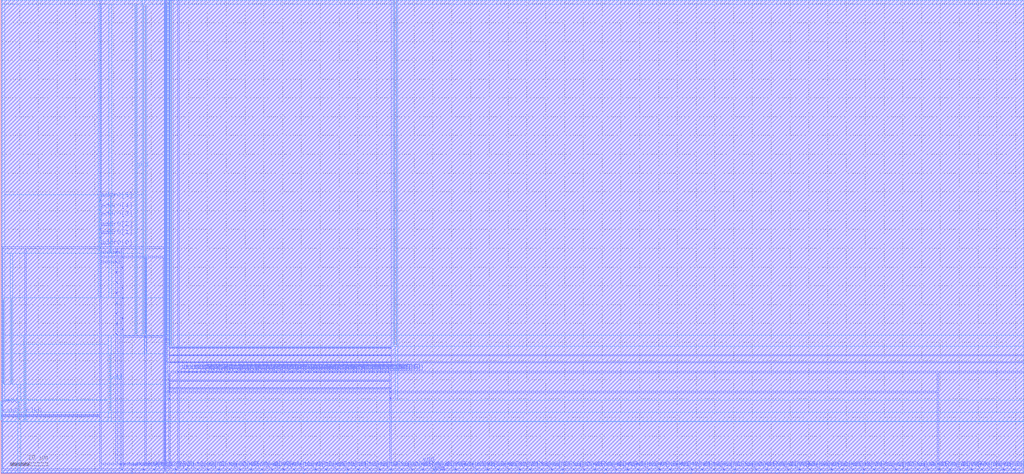
<source format=lef>
VERSION 5.4 ;
NAMESCASESENSITIVE ON ;
BUSBITCHARS "[]" ;
DIVIDERCHAR "/" ;
UNITS
  DATABASE MICRONS 2000 ;
END UNITS
MACRO freepdk45_sram_1rw0r_64x80_20
   CLASS BLOCK ;
   SIZE 272.245 BY 126.1075 ;
   SYMMETRY X Y R90 ;
   PIN din0[0]
      DIRECTION INPUT ;
      PORT
         LAYER metal3 ;
         RECT  43.66 1.105 43.795 1.24 ;
      END
   END din0[0]
   PIN din0[1]
      DIRECTION INPUT ;
      PORT
         LAYER metal3 ;
         RECT  46.52 1.105 46.655 1.24 ;
      END
   END din0[1]
   PIN din0[2]
      DIRECTION INPUT ;
      PORT
         LAYER metal3 ;
         RECT  49.38 1.105 49.515 1.24 ;
      END
   END din0[2]
   PIN din0[3]
      DIRECTION INPUT ;
      PORT
         LAYER metal3 ;
         RECT  52.24 1.105 52.375 1.24 ;
      END
   END din0[3]
   PIN din0[4]
      DIRECTION INPUT ;
      PORT
         LAYER metal3 ;
         RECT  55.1 1.105 55.235 1.24 ;
      END
   END din0[4]
   PIN din0[5]
      DIRECTION INPUT ;
      PORT
         LAYER metal3 ;
         RECT  57.96 1.105 58.095 1.24 ;
      END
   END din0[5]
   PIN din0[6]
      DIRECTION INPUT ;
      PORT
         LAYER metal3 ;
         RECT  60.82 1.105 60.955 1.24 ;
      END
   END din0[6]
   PIN din0[7]
      DIRECTION INPUT ;
      PORT
         LAYER metal3 ;
         RECT  63.68 1.105 63.815 1.24 ;
      END
   END din0[7]
   PIN din0[8]
      DIRECTION INPUT ;
      PORT
         LAYER metal3 ;
         RECT  66.54 1.105 66.675 1.24 ;
      END
   END din0[8]
   PIN din0[9]
      DIRECTION INPUT ;
      PORT
         LAYER metal3 ;
         RECT  69.4 1.105 69.535 1.24 ;
      END
   END din0[9]
   PIN din0[10]
      DIRECTION INPUT ;
      PORT
         LAYER metal3 ;
         RECT  72.26 1.105 72.395 1.24 ;
      END
   END din0[10]
   PIN din0[11]
      DIRECTION INPUT ;
      PORT
         LAYER metal3 ;
         RECT  75.12 1.105 75.255 1.24 ;
      END
   END din0[11]
   PIN din0[12]
      DIRECTION INPUT ;
      PORT
         LAYER metal3 ;
         RECT  77.98 1.105 78.115 1.24 ;
      END
   END din0[12]
   PIN din0[13]
      DIRECTION INPUT ;
      PORT
         LAYER metal3 ;
         RECT  80.84 1.105 80.975 1.24 ;
      END
   END din0[13]
   PIN din0[14]
      DIRECTION INPUT ;
      PORT
         LAYER metal3 ;
         RECT  83.7 1.105 83.835 1.24 ;
      END
   END din0[14]
   PIN din0[15]
      DIRECTION INPUT ;
      PORT
         LAYER metal3 ;
         RECT  86.56 1.105 86.695 1.24 ;
      END
   END din0[15]
   PIN din0[16]
      DIRECTION INPUT ;
      PORT
         LAYER metal3 ;
         RECT  89.42 1.105 89.555 1.24 ;
      END
   END din0[16]
   PIN din0[17]
      DIRECTION INPUT ;
      PORT
         LAYER metal3 ;
         RECT  92.28 1.105 92.415 1.24 ;
      END
   END din0[17]
   PIN din0[18]
      DIRECTION INPUT ;
      PORT
         LAYER metal3 ;
         RECT  95.14 1.105 95.275 1.24 ;
      END
   END din0[18]
   PIN din0[19]
      DIRECTION INPUT ;
      PORT
         LAYER metal3 ;
         RECT  98.0 1.105 98.135 1.24 ;
      END
   END din0[19]
   PIN din0[20]
      DIRECTION INPUT ;
      PORT
         LAYER metal3 ;
         RECT  100.86 1.105 100.995 1.24 ;
      END
   END din0[20]
   PIN din0[21]
      DIRECTION INPUT ;
      PORT
         LAYER metal3 ;
         RECT  103.72 1.105 103.855 1.24 ;
      END
   END din0[21]
   PIN din0[22]
      DIRECTION INPUT ;
      PORT
         LAYER metal3 ;
         RECT  106.58 1.105 106.715 1.24 ;
      END
   END din0[22]
   PIN din0[23]
      DIRECTION INPUT ;
      PORT
         LAYER metal3 ;
         RECT  109.44 1.105 109.575 1.24 ;
      END
   END din0[23]
   PIN din0[24]
      DIRECTION INPUT ;
      PORT
         LAYER metal3 ;
         RECT  112.3 1.105 112.435 1.24 ;
      END
   END din0[24]
   PIN din0[25]
      DIRECTION INPUT ;
      PORT
         LAYER metal3 ;
         RECT  115.16 1.105 115.295 1.24 ;
      END
   END din0[25]
   PIN din0[26]
      DIRECTION INPUT ;
      PORT
         LAYER metal3 ;
         RECT  118.02 1.105 118.155 1.24 ;
      END
   END din0[26]
   PIN din0[27]
      DIRECTION INPUT ;
      PORT
         LAYER metal3 ;
         RECT  120.88 1.105 121.015 1.24 ;
      END
   END din0[27]
   PIN din0[28]
      DIRECTION INPUT ;
      PORT
         LAYER metal3 ;
         RECT  123.74 1.105 123.875 1.24 ;
      END
   END din0[28]
   PIN din0[29]
      DIRECTION INPUT ;
      PORT
         LAYER metal3 ;
         RECT  126.6 1.105 126.735 1.24 ;
      END
   END din0[29]
   PIN din0[30]
      DIRECTION INPUT ;
      PORT
         LAYER metal3 ;
         RECT  129.46 1.105 129.595 1.24 ;
      END
   END din0[30]
   PIN din0[31]
      DIRECTION INPUT ;
      PORT
         LAYER metal3 ;
         RECT  132.32 1.105 132.455 1.24 ;
      END
   END din0[31]
   PIN din0[32]
      DIRECTION INPUT ;
      PORT
         LAYER metal3 ;
         RECT  135.18 1.105 135.315 1.24 ;
      END
   END din0[32]
   PIN din0[33]
      DIRECTION INPUT ;
      PORT
         LAYER metal3 ;
         RECT  138.04 1.105 138.175 1.24 ;
      END
   END din0[33]
   PIN din0[34]
      DIRECTION INPUT ;
      PORT
         LAYER metal3 ;
         RECT  140.9 1.105 141.035 1.24 ;
      END
   END din0[34]
   PIN din0[35]
      DIRECTION INPUT ;
      PORT
         LAYER metal3 ;
         RECT  143.76 1.105 143.895 1.24 ;
      END
   END din0[35]
   PIN din0[36]
      DIRECTION INPUT ;
      PORT
         LAYER metal3 ;
         RECT  146.62 1.105 146.755 1.24 ;
      END
   END din0[36]
   PIN din0[37]
      DIRECTION INPUT ;
      PORT
         LAYER metal3 ;
         RECT  149.48 1.105 149.615 1.24 ;
      END
   END din0[37]
   PIN din0[38]
      DIRECTION INPUT ;
      PORT
         LAYER metal3 ;
         RECT  152.34 1.105 152.475 1.24 ;
      END
   END din0[38]
   PIN din0[39]
      DIRECTION INPUT ;
      PORT
         LAYER metal3 ;
         RECT  155.2 1.105 155.335 1.24 ;
      END
   END din0[39]
   PIN din0[40]
      DIRECTION INPUT ;
      PORT
         LAYER metal3 ;
         RECT  158.06 1.105 158.195 1.24 ;
      END
   END din0[40]
   PIN din0[41]
      DIRECTION INPUT ;
      PORT
         LAYER metal3 ;
         RECT  160.92 1.105 161.055 1.24 ;
      END
   END din0[41]
   PIN din0[42]
      DIRECTION INPUT ;
      PORT
         LAYER metal3 ;
         RECT  163.78 1.105 163.915 1.24 ;
      END
   END din0[42]
   PIN din0[43]
      DIRECTION INPUT ;
      PORT
         LAYER metal3 ;
         RECT  166.64 1.105 166.775 1.24 ;
      END
   END din0[43]
   PIN din0[44]
      DIRECTION INPUT ;
      PORT
         LAYER metal3 ;
         RECT  169.5 1.105 169.635 1.24 ;
      END
   END din0[44]
   PIN din0[45]
      DIRECTION INPUT ;
      PORT
         LAYER metal3 ;
         RECT  172.36 1.105 172.495 1.24 ;
      END
   END din0[45]
   PIN din0[46]
      DIRECTION INPUT ;
      PORT
         LAYER metal3 ;
         RECT  175.22 1.105 175.355 1.24 ;
      END
   END din0[46]
   PIN din0[47]
      DIRECTION INPUT ;
      PORT
         LAYER metal3 ;
         RECT  178.08 1.105 178.215 1.24 ;
      END
   END din0[47]
   PIN din0[48]
      DIRECTION INPUT ;
      PORT
         LAYER metal3 ;
         RECT  180.94 1.105 181.075 1.24 ;
      END
   END din0[48]
   PIN din0[49]
      DIRECTION INPUT ;
      PORT
         LAYER metal3 ;
         RECT  183.8 1.105 183.935 1.24 ;
      END
   END din0[49]
   PIN din0[50]
      DIRECTION INPUT ;
      PORT
         LAYER metal3 ;
         RECT  186.66 1.105 186.795 1.24 ;
      END
   END din0[50]
   PIN din0[51]
      DIRECTION INPUT ;
      PORT
         LAYER metal3 ;
         RECT  189.52 1.105 189.655 1.24 ;
      END
   END din0[51]
   PIN din0[52]
      DIRECTION INPUT ;
      PORT
         LAYER metal3 ;
         RECT  192.38 1.105 192.515 1.24 ;
      END
   END din0[52]
   PIN din0[53]
      DIRECTION INPUT ;
      PORT
         LAYER metal3 ;
         RECT  195.24 1.105 195.375 1.24 ;
      END
   END din0[53]
   PIN din0[54]
      DIRECTION INPUT ;
      PORT
         LAYER metal3 ;
         RECT  198.1 1.105 198.235 1.24 ;
      END
   END din0[54]
   PIN din0[55]
      DIRECTION INPUT ;
      PORT
         LAYER metal3 ;
         RECT  200.96 1.105 201.095 1.24 ;
      END
   END din0[55]
   PIN din0[56]
      DIRECTION INPUT ;
      PORT
         LAYER metal3 ;
         RECT  203.82 1.105 203.955 1.24 ;
      END
   END din0[56]
   PIN din0[57]
      DIRECTION INPUT ;
      PORT
         LAYER metal3 ;
         RECT  206.68 1.105 206.815 1.24 ;
      END
   END din0[57]
   PIN din0[58]
      DIRECTION INPUT ;
      PORT
         LAYER metal3 ;
         RECT  209.54 1.105 209.675 1.24 ;
      END
   END din0[58]
   PIN din0[59]
      DIRECTION INPUT ;
      PORT
         LAYER metal3 ;
         RECT  212.4 1.105 212.535 1.24 ;
      END
   END din0[59]
   PIN din0[60]
      DIRECTION INPUT ;
      PORT
         LAYER metal3 ;
         RECT  215.26 1.105 215.395 1.24 ;
      END
   END din0[60]
   PIN din0[61]
      DIRECTION INPUT ;
      PORT
         LAYER metal3 ;
         RECT  218.12 1.105 218.255 1.24 ;
      END
   END din0[61]
   PIN din0[62]
      DIRECTION INPUT ;
      PORT
         LAYER metal3 ;
         RECT  220.98 1.105 221.115 1.24 ;
      END
   END din0[62]
   PIN din0[63]
      DIRECTION INPUT ;
      PORT
         LAYER metal3 ;
         RECT  223.84 1.105 223.975 1.24 ;
      END
   END din0[63]
   PIN din0[64]
      DIRECTION INPUT ;
      PORT
         LAYER metal3 ;
         RECT  226.7 1.105 226.835 1.24 ;
      END
   END din0[64]
   PIN din0[65]
      DIRECTION INPUT ;
      PORT
         LAYER metal3 ;
         RECT  229.56 1.105 229.695 1.24 ;
      END
   END din0[65]
   PIN din0[66]
      DIRECTION INPUT ;
      PORT
         LAYER metal3 ;
         RECT  232.42 1.105 232.555 1.24 ;
      END
   END din0[66]
   PIN din0[67]
      DIRECTION INPUT ;
      PORT
         LAYER metal3 ;
         RECT  235.28 1.105 235.415 1.24 ;
      END
   END din0[67]
   PIN din0[68]
      DIRECTION INPUT ;
      PORT
         LAYER metal3 ;
         RECT  238.14 1.105 238.275 1.24 ;
      END
   END din0[68]
   PIN din0[69]
      DIRECTION INPUT ;
      PORT
         LAYER metal3 ;
         RECT  241.0 1.105 241.135 1.24 ;
      END
   END din0[69]
   PIN din0[70]
      DIRECTION INPUT ;
      PORT
         LAYER metal3 ;
         RECT  243.86 1.105 243.995 1.24 ;
      END
   END din0[70]
   PIN din0[71]
      DIRECTION INPUT ;
      PORT
         LAYER metal3 ;
         RECT  246.72 1.105 246.855 1.24 ;
      END
   END din0[71]
   PIN din0[72]
      DIRECTION INPUT ;
      PORT
         LAYER metal3 ;
         RECT  249.58 1.105 249.715 1.24 ;
      END
   END din0[72]
   PIN din0[73]
      DIRECTION INPUT ;
      PORT
         LAYER metal3 ;
         RECT  252.44 1.105 252.575 1.24 ;
      END
   END din0[73]
   PIN din0[74]
      DIRECTION INPUT ;
      PORT
         LAYER metal3 ;
         RECT  255.3 1.105 255.435 1.24 ;
      END
   END din0[74]
   PIN din0[75]
      DIRECTION INPUT ;
      PORT
         LAYER metal3 ;
         RECT  258.16 1.105 258.295 1.24 ;
      END
   END din0[75]
   PIN din0[76]
      DIRECTION INPUT ;
      PORT
         LAYER metal3 ;
         RECT  261.02 1.105 261.155 1.24 ;
      END
   END din0[76]
   PIN din0[77]
      DIRECTION INPUT ;
      PORT
         LAYER metal3 ;
         RECT  263.88 1.105 264.015 1.24 ;
      END
   END din0[77]
   PIN din0[78]
      DIRECTION INPUT ;
      PORT
         LAYER metal3 ;
         RECT  266.74 1.105 266.875 1.24 ;
      END
   END din0[78]
   PIN din0[79]
      DIRECTION INPUT ;
      PORT
         LAYER metal3 ;
         RECT  269.6 1.105 269.735 1.24 ;
      END
   END din0[79]
   PIN addr0[0]
      DIRECTION INPUT ;
      PORT
         LAYER metal3 ;
         RECT  26.5 60.0625 26.635 60.1975 ;
      END
   END addr0[0]
   PIN addr0[1]
      DIRECTION INPUT ;
      PORT
         LAYER metal3 ;
         RECT  26.5 62.7925 26.635 62.9275 ;
      END
   END addr0[1]
   PIN addr0[2]
      DIRECTION INPUT ;
      PORT
         LAYER metal3 ;
         RECT  26.5 65.0025 26.635 65.1375 ;
      END
   END addr0[2]
   PIN addr0[3]
      DIRECTION INPUT ;
      PORT
         LAYER metal3 ;
         RECT  26.5 67.7325 26.635 67.8675 ;
      END
   END addr0[3]
   PIN addr0[4]
      DIRECTION INPUT ;
      PORT
         LAYER metal3 ;
         RECT  26.5 69.9425 26.635 70.0775 ;
      END
   END addr0[4]
   PIN addr0[5]
      DIRECTION INPUT ;
      PORT
         LAYER metal3 ;
         RECT  26.5 72.6725 26.635 72.8075 ;
      END
   END addr0[5]
   PIN csb0
      DIRECTION INPUT ;
      PORT
         LAYER metal3 ;
         RECT  0.285 15.3425 0.42 15.4775 ;
      END
   END csb0
   PIN web0
      DIRECTION INPUT ;
      PORT
         LAYER metal3 ;
         RECT  0.285 18.0725 0.42 18.2075 ;
      END
   END web0
   PIN clk0
      DIRECTION INPUT ;
      PORT
         LAYER metal3 ;
         RECT  6.5275 15.4275 6.6625 15.5625 ;
      END
   END clk0
   PIN wmask0[0]
      DIRECTION INPUT ;
      PORT
         LAYER metal3 ;
         RECT  32.22 1.105 32.355 1.24 ;
      END
   END wmask0[0]
   PIN wmask0[1]
      DIRECTION INPUT ;
      PORT
         LAYER metal3 ;
         RECT  35.08 1.105 35.215 1.24 ;
      END
   END wmask0[1]
   PIN wmask0[2]
      DIRECTION INPUT ;
      PORT
         LAYER metal3 ;
         RECT  37.94 1.105 38.075 1.24 ;
      END
   END wmask0[2]
   PIN wmask0[3]
      DIRECTION INPUT ;
      PORT
         LAYER metal3 ;
         RECT  40.8 1.105 40.935 1.24 ;
      END
   END wmask0[3]
   PIN dout0[0]
      DIRECTION OUTPUT ;
      PORT
         LAYER metal3 ;
         RECT  47.2625 26.9925 47.3975 27.1275 ;
      END
   END dout0[0]
   PIN dout0[1]
      DIRECTION OUTPUT ;
      PORT
         LAYER metal3 ;
         RECT  47.9675 26.9925 48.1025 27.1275 ;
      END
   END dout0[1]
   PIN dout0[2]
      DIRECTION OUTPUT ;
      PORT
         LAYER metal3 ;
         RECT  48.6725 26.9925 48.8075 27.1275 ;
      END
   END dout0[2]
   PIN dout0[3]
      DIRECTION OUTPUT ;
      PORT
         LAYER metal3 ;
         RECT  49.3775 26.9925 49.5125 27.1275 ;
      END
   END dout0[3]
   PIN dout0[4]
      DIRECTION OUTPUT ;
      PORT
         LAYER metal3 ;
         RECT  50.0825 26.9925 50.2175 27.1275 ;
      END
   END dout0[4]
   PIN dout0[5]
      DIRECTION OUTPUT ;
      PORT
         LAYER metal3 ;
         RECT  50.7875 26.9925 50.9225 27.1275 ;
      END
   END dout0[5]
   PIN dout0[6]
      DIRECTION OUTPUT ;
      PORT
         LAYER metal3 ;
         RECT  51.4925 26.9925 51.6275 27.1275 ;
      END
   END dout0[6]
   PIN dout0[7]
      DIRECTION OUTPUT ;
      PORT
         LAYER metal3 ;
         RECT  52.1975 26.9925 52.3325 27.1275 ;
      END
   END dout0[7]
   PIN dout0[8]
      DIRECTION OUTPUT ;
      PORT
         LAYER metal3 ;
         RECT  52.9025 26.9925 53.0375 27.1275 ;
      END
   END dout0[8]
   PIN dout0[9]
      DIRECTION OUTPUT ;
      PORT
         LAYER metal3 ;
         RECT  53.6075 26.9925 53.7425 27.1275 ;
      END
   END dout0[9]
   PIN dout0[10]
      DIRECTION OUTPUT ;
      PORT
         LAYER metal3 ;
         RECT  54.3125 26.9925 54.4475 27.1275 ;
      END
   END dout0[10]
   PIN dout0[11]
      DIRECTION OUTPUT ;
      PORT
         LAYER metal3 ;
         RECT  55.0175 26.9925 55.1525 27.1275 ;
      END
   END dout0[11]
   PIN dout0[12]
      DIRECTION OUTPUT ;
      PORT
         LAYER metal3 ;
         RECT  55.7225 26.9925 55.8575 27.1275 ;
      END
   END dout0[12]
   PIN dout0[13]
      DIRECTION OUTPUT ;
      PORT
         LAYER metal3 ;
         RECT  56.4275 26.9925 56.5625 27.1275 ;
      END
   END dout0[13]
   PIN dout0[14]
      DIRECTION OUTPUT ;
      PORT
         LAYER metal3 ;
         RECT  57.1325 26.9925 57.2675 27.1275 ;
      END
   END dout0[14]
   PIN dout0[15]
      DIRECTION OUTPUT ;
      PORT
         LAYER metal3 ;
         RECT  57.8375 26.9925 57.9725 27.1275 ;
      END
   END dout0[15]
   PIN dout0[16]
      DIRECTION OUTPUT ;
      PORT
         LAYER metal3 ;
         RECT  58.5425 26.9925 58.6775 27.1275 ;
      END
   END dout0[16]
   PIN dout0[17]
      DIRECTION OUTPUT ;
      PORT
         LAYER metal3 ;
         RECT  59.2475 26.9925 59.3825 27.1275 ;
      END
   END dout0[17]
   PIN dout0[18]
      DIRECTION OUTPUT ;
      PORT
         LAYER metal3 ;
         RECT  59.9525 26.9925 60.0875 27.1275 ;
      END
   END dout0[18]
   PIN dout0[19]
      DIRECTION OUTPUT ;
      PORT
         LAYER metal3 ;
         RECT  60.6575 26.9925 60.7925 27.1275 ;
      END
   END dout0[19]
   PIN dout0[20]
      DIRECTION OUTPUT ;
      PORT
         LAYER metal3 ;
         RECT  61.3625 26.9925 61.4975 27.1275 ;
      END
   END dout0[20]
   PIN dout0[21]
      DIRECTION OUTPUT ;
      PORT
         LAYER metal3 ;
         RECT  62.0675 26.9925 62.2025 27.1275 ;
      END
   END dout0[21]
   PIN dout0[22]
      DIRECTION OUTPUT ;
      PORT
         LAYER metal3 ;
         RECT  62.7725 26.9925 62.9075 27.1275 ;
      END
   END dout0[22]
   PIN dout0[23]
      DIRECTION OUTPUT ;
      PORT
         LAYER metal3 ;
         RECT  63.4775 26.9925 63.6125 27.1275 ;
      END
   END dout0[23]
   PIN dout0[24]
      DIRECTION OUTPUT ;
      PORT
         LAYER metal3 ;
         RECT  64.1825 26.9925 64.3175 27.1275 ;
      END
   END dout0[24]
   PIN dout0[25]
      DIRECTION OUTPUT ;
      PORT
         LAYER metal3 ;
         RECT  64.8875 26.9925 65.0225 27.1275 ;
      END
   END dout0[25]
   PIN dout0[26]
      DIRECTION OUTPUT ;
      PORT
         LAYER metal3 ;
         RECT  65.5925 26.9925 65.7275 27.1275 ;
      END
   END dout0[26]
   PIN dout0[27]
      DIRECTION OUTPUT ;
      PORT
         LAYER metal3 ;
         RECT  66.2975 26.9925 66.4325 27.1275 ;
      END
   END dout0[27]
   PIN dout0[28]
      DIRECTION OUTPUT ;
      PORT
         LAYER metal3 ;
         RECT  67.0025 26.9925 67.1375 27.1275 ;
      END
   END dout0[28]
   PIN dout0[29]
      DIRECTION OUTPUT ;
      PORT
         LAYER metal3 ;
         RECT  67.7075 26.9925 67.8425 27.1275 ;
      END
   END dout0[29]
   PIN dout0[30]
      DIRECTION OUTPUT ;
      PORT
         LAYER metal3 ;
         RECT  68.4125 26.9925 68.5475 27.1275 ;
      END
   END dout0[30]
   PIN dout0[31]
      DIRECTION OUTPUT ;
      PORT
         LAYER metal3 ;
         RECT  69.1175 26.9925 69.2525 27.1275 ;
      END
   END dout0[31]
   PIN dout0[32]
      DIRECTION OUTPUT ;
      PORT
         LAYER metal3 ;
         RECT  69.8225 26.9925 69.9575 27.1275 ;
      END
   END dout0[32]
   PIN dout0[33]
      DIRECTION OUTPUT ;
      PORT
         LAYER metal3 ;
         RECT  70.5275 26.9925 70.6625 27.1275 ;
      END
   END dout0[33]
   PIN dout0[34]
      DIRECTION OUTPUT ;
      PORT
         LAYER metal3 ;
         RECT  71.2325 26.9925 71.3675 27.1275 ;
      END
   END dout0[34]
   PIN dout0[35]
      DIRECTION OUTPUT ;
      PORT
         LAYER metal3 ;
         RECT  71.9375 26.9925 72.0725 27.1275 ;
      END
   END dout0[35]
   PIN dout0[36]
      DIRECTION OUTPUT ;
      PORT
         LAYER metal3 ;
         RECT  72.6425 26.9925 72.7775 27.1275 ;
      END
   END dout0[36]
   PIN dout0[37]
      DIRECTION OUTPUT ;
      PORT
         LAYER metal3 ;
         RECT  73.3475 26.9925 73.4825 27.1275 ;
      END
   END dout0[37]
   PIN dout0[38]
      DIRECTION OUTPUT ;
      PORT
         LAYER metal3 ;
         RECT  74.0525 26.9925 74.1875 27.1275 ;
      END
   END dout0[38]
   PIN dout0[39]
      DIRECTION OUTPUT ;
      PORT
         LAYER metal3 ;
         RECT  74.7575 26.9925 74.8925 27.1275 ;
      END
   END dout0[39]
   PIN dout0[40]
      DIRECTION OUTPUT ;
      PORT
         LAYER metal3 ;
         RECT  75.4625 26.9925 75.5975 27.1275 ;
      END
   END dout0[40]
   PIN dout0[41]
      DIRECTION OUTPUT ;
      PORT
         LAYER metal3 ;
         RECT  76.1675 26.9925 76.3025 27.1275 ;
      END
   END dout0[41]
   PIN dout0[42]
      DIRECTION OUTPUT ;
      PORT
         LAYER metal3 ;
         RECT  76.8725 26.9925 77.0075 27.1275 ;
      END
   END dout0[42]
   PIN dout0[43]
      DIRECTION OUTPUT ;
      PORT
         LAYER metal3 ;
         RECT  77.5775 26.9925 77.7125 27.1275 ;
      END
   END dout0[43]
   PIN dout0[44]
      DIRECTION OUTPUT ;
      PORT
         LAYER metal3 ;
         RECT  78.2825 26.9925 78.4175 27.1275 ;
      END
   END dout0[44]
   PIN dout0[45]
      DIRECTION OUTPUT ;
      PORT
         LAYER metal3 ;
         RECT  78.9875 26.9925 79.1225 27.1275 ;
      END
   END dout0[45]
   PIN dout0[46]
      DIRECTION OUTPUT ;
      PORT
         LAYER metal3 ;
         RECT  79.6925 26.9925 79.8275 27.1275 ;
      END
   END dout0[46]
   PIN dout0[47]
      DIRECTION OUTPUT ;
      PORT
         LAYER metal3 ;
         RECT  80.3975 26.9925 80.5325 27.1275 ;
      END
   END dout0[47]
   PIN dout0[48]
      DIRECTION OUTPUT ;
      PORT
         LAYER metal3 ;
         RECT  81.1025 26.9925 81.2375 27.1275 ;
      END
   END dout0[48]
   PIN dout0[49]
      DIRECTION OUTPUT ;
      PORT
         LAYER metal3 ;
         RECT  81.8075 26.9925 81.9425 27.1275 ;
      END
   END dout0[49]
   PIN dout0[50]
      DIRECTION OUTPUT ;
      PORT
         LAYER metal3 ;
         RECT  82.5125 26.9925 82.6475 27.1275 ;
      END
   END dout0[50]
   PIN dout0[51]
      DIRECTION OUTPUT ;
      PORT
         LAYER metal3 ;
         RECT  83.2175 26.9925 83.3525 27.1275 ;
      END
   END dout0[51]
   PIN dout0[52]
      DIRECTION OUTPUT ;
      PORT
         LAYER metal3 ;
         RECT  83.9225 26.9925 84.0575 27.1275 ;
      END
   END dout0[52]
   PIN dout0[53]
      DIRECTION OUTPUT ;
      PORT
         LAYER metal3 ;
         RECT  84.6275 26.9925 84.7625 27.1275 ;
      END
   END dout0[53]
   PIN dout0[54]
      DIRECTION OUTPUT ;
      PORT
         LAYER metal3 ;
         RECT  85.3325 26.9925 85.4675 27.1275 ;
      END
   END dout0[54]
   PIN dout0[55]
      DIRECTION OUTPUT ;
      PORT
         LAYER metal3 ;
         RECT  86.0375 26.9925 86.1725 27.1275 ;
      END
   END dout0[55]
   PIN dout0[56]
      DIRECTION OUTPUT ;
      PORT
         LAYER metal3 ;
         RECT  86.7425 26.9925 86.8775 27.1275 ;
      END
   END dout0[56]
   PIN dout0[57]
      DIRECTION OUTPUT ;
      PORT
         LAYER metal3 ;
         RECT  87.4475 26.9925 87.5825 27.1275 ;
      END
   END dout0[57]
   PIN dout0[58]
      DIRECTION OUTPUT ;
      PORT
         LAYER metal3 ;
         RECT  88.1525 26.9925 88.2875 27.1275 ;
      END
   END dout0[58]
   PIN dout0[59]
      DIRECTION OUTPUT ;
      PORT
         LAYER metal3 ;
         RECT  88.8575 26.9925 88.9925 27.1275 ;
      END
   END dout0[59]
   PIN dout0[60]
      DIRECTION OUTPUT ;
      PORT
         LAYER metal3 ;
         RECT  89.5625 26.9925 89.6975 27.1275 ;
      END
   END dout0[60]
   PIN dout0[61]
      DIRECTION OUTPUT ;
      PORT
         LAYER metal3 ;
         RECT  90.2675 26.9925 90.4025 27.1275 ;
      END
   END dout0[61]
   PIN dout0[62]
      DIRECTION OUTPUT ;
      PORT
         LAYER metal3 ;
         RECT  90.9725 26.9925 91.1075 27.1275 ;
      END
   END dout0[62]
   PIN dout0[63]
      DIRECTION OUTPUT ;
      PORT
         LAYER metal3 ;
         RECT  91.6775 26.9925 91.8125 27.1275 ;
      END
   END dout0[63]
   PIN dout0[64]
      DIRECTION OUTPUT ;
      PORT
         LAYER metal3 ;
         RECT  92.3825 26.9925 92.5175 27.1275 ;
      END
   END dout0[64]
   PIN dout0[65]
      DIRECTION OUTPUT ;
      PORT
         LAYER metal3 ;
         RECT  93.0875 26.9925 93.2225 27.1275 ;
      END
   END dout0[65]
   PIN dout0[66]
      DIRECTION OUTPUT ;
      PORT
         LAYER metal3 ;
         RECT  93.7925 26.9925 93.9275 27.1275 ;
      END
   END dout0[66]
   PIN dout0[67]
      DIRECTION OUTPUT ;
      PORT
         LAYER metal3 ;
         RECT  94.4975 26.9925 94.6325 27.1275 ;
      END
   END dout0[67]
   PIN dout0[68]
      DIRECTION OUTPUT ;
      PORT
         LAYER metal3 ;
         RECT  95.2025 26.9925 95.3375 27.1275 ;
      END
   END dout0[68]
   PIN dout0[69]
      DIRECTION OUTPUT ;
      PORT
         LAYER metal3 ;
         RECT  95.9075 26.9925 96.0425 27.1275 ;
      END
   END dout0[69]
   PIN dout0[70]
      DIRECTION OUTPUT ;
      PORT
         LAYER metal3 ;
         RECT  96.6125 26.9925 96.7475 27.1275 ;
      END
   END dout0[70]
   PIN dout0[71]
      DIRECTION OUTPUT ;
      PORT
         LAYER metal3 ;
         RECT  97.3175 26.9925 97.4525 27.1275 ;
      END
   END dout0[71]
   PIN dout0[72]
      DIRECTION OUTPUT ;
      PORT
         LAYER metal3 ;
         RECT  98.0225 26.9925 98.1575 27.1275 ;
      END
   END dout0[72]
   PIN dout0[73]
      DIRECTION OUTPUT ;
      PORT
         LAYER metal3 ;
         RECT  98.7275 26.9925 98.8625 27.1275 ;
      END
   END dout0[73]
   PIN dout0[74]
      DIRECTION OUTPUT ;
      PORT
         LAYER metal3 ;
         RECT  99.4325 26.9925 99.5675 27.1275 ;
      END
   END dout0[74]
   PIN dout0[75]
      DIRECTION OUTPUT ;
      PORT
         LAYER metal3 ;
         RECT  100.1375 26.9925 100.2725 27.1275 ;
      END
   END dout0[75]
   PIN dout0[76]
      DIRECTION OUTPUT ;
      PORT
         LAYER metal3 ;
         RECT  100.8425 26.9925 100.9775 27.1275 ;
      END
   END dout0[76]
   PIN dout0[77]
      DIRECTION OUTPUT ;
      PORT
         LAYER metal3 ;
         RECT  101.5475 26.9925 101.6825 27.1275 ;
      END
   END dout0[77]
   PIN dout0[78]
      DIRECTION OUTPUT ;
      PORT
         LAYER metal3 ;
         RECT  102.2525 26.9925 102.3875 27.1275 ;
      END
   END dout0[78]
   PIN dout0[79]
      DIRECTION OUTPUT ;
      PORT
         LAYER metal3 ;
         RECT  102.9575 26.9925 103.0925 27.1275 ;
      END
   END dout0[79]
   PIN vdd
      DIRECTION INOUT ;
      USE POWER ; 
      SHAPE ABUTMENT ; 
      PORT
         LAYER metal4 ;
         RECT  0.0 14.235 0.14 19.315 ;
         LAYER metal3 ;
         RECT  249.2975 2.47 249.4325 2.605 ;
         LAYER metal3 ;
         RECT  169.2175 2.47 169.3525 2.605 ;
         LAYER metal3 ;
         RECT  134.8975 2.47 135.0325 2.605 ;
         LAYER metal3 ;
         RECT  32.3175 57.5925 32.4525 57.7275 ;
         LAYER metal4 ;
         RECT  43.87 37.115 44.01 124.615 ;
         LAYER metal3 ;
         RECT  192.0975 2.47 192.2325 2.605 ;
         LAYER metal3 ;
         RECT  32.3175 41.2125 32.4525 41.3475 ;
         LAYER metal4 ;
         RECT  0.6875 24.0825 0.8275 46.485 ;
         LAYER metal3 ;
         RECT  237.8575 2.47 237.9925 2.605 ;
         LAYER metal4 ;
         RECT  105.195 34.205 105.335 125.91 ;
         LAYER metal3 ;
         RECT  260.7375 2.47 260.8725 2.605 ;
         LAYER metal3 ;
         RECT  146.3375 2.47 146.4725 2.605 ;
         LAYER metal3 ;
         RECT  44.8825 21.7175 45.0175 21.8525 ;
         LAYER metal3 ;
         RECT  77.6975 2.47 77.8325 2.605 ;
         LAYER metal3 ;
         RECT  54.8175 2.47 54.9525 2.605 ;
         LAYER metal4 ;
         RECT  44.95 34.205 45.09 125.91 ;
         LAYER metal4 ;
         RECT  37.87 37.115 38.01 124.685 ;
         LAYER metal3 ;
         RECT  43.3775 2.47 43.5125 2.605 ;
         LAYER metal3 ;
         RECT  214.9775 2.47 215.1125 2.605 ;
         LAYER metal4 ;
         RECT  26.215 58.955 26.355 73.915 ;
         LAYER metal3 ;
         RECT  45.0175 29.6125 103.7625 29.6825 ;
         LAYER metal3 ;
         RECT  89.1375 2.47 89.2725 2.605 ;
         LAYER metal3 ;
         RECT  100.5775 2.47 100.7125 2.605 ;
         LAYER metal3 ;
         RECT  45.0175 33.51 103.7625 33.58 ;
         LAYER metal3 ;
         RECT  32.3175 49.4025 32.4525 49.5375 ;
         LAYER metal3 ;
         RECT  31.9375 2.47 32.0725 2.605 ;
         LAYER metal3 ;
         RECT  32.3175 46.6725 32.4525 46.8075 ;
         LAYER metal3 ;
         RECT  66.2575 2.47 66.3925 2.605 ;
         LAYER metal3 ;
         RECT  180.6575 2.47 180.7925 2.605 ;
         LAYER metal4 ;
         RECT  28.935 16.705 29.075 31.665 ;
         LAYER metal3 ;
         RECT  226.4175 2.47 226.5525 2.605 ;
         LAYER metal3 ;
         RECT  123.4575 2.47 123.5925 2.605 ;
         LAYER metal3 ;
         RECT  157.7775 2.47 157.9125 2.605 ;
         LAYER metal3 ;
         RECT  203.5375 2.47 203.6725 2.605 ;
         LAYER metal3 ;
         RECT  43.8725 35.7525 44.0075 35.8875 ;
         LAYER metal3 ;
         RECT  32.3175 38.4825 32.4525 38.6175 ;
         LAYER metal3 ;
         RECT  103.6275 21.7175 103.7625 21.8525 ;
         LAYER metal3 ;
         RECT  38.49 36.41 38.625 36.545 ;
         LAYER metal3 ;
         RECT  32.3175 54.8625 32.4525 54.9975 ;
         LAYER metal3 ;
         RECT  45.0175 22.685 103.7625 22.755 ;
         LAYER metal3 ;
         RECT  112.0175 2.47 112.1525 2.605 ;
      END
   END vdd
   PIN gnd
      DIRECTION INOUT ;
      USE GROUND ; 
      SHAPE ABUTMENT ; 
      PORT
         LAYER metal3 ;
         RECT  252.1575 0.0 252.2925 0.135 ;
         LAYER metal4 ;
         RECT  29.075 58.89 29.215 73.98 ;
         LAYER metal3 ;
         RECT  229.2775 0.0 229.4125 0.135 ;
         LAYER metal3 ;
         RECT  30.79 56.2275 30.925 56.3625 ;
         LAYER metal3 ;
         RECT  30.79 48.0375 30.925 48.1725 ;
         LAYER metal3 ;
         RECT  263.5975 0.0 263.7325 0.135 ;
         LAYER metal3 ;
         RECT  217.8375 0.0 217.9725 0.135 ;
         LAYER metal3 ;
         RECT  103.4375 0.0 103.5725 0.135 ;
         LAYER metal4 ;
         RECT  2.75 24.115 2.89 46.5175 ;
         LAYER metal3 ;
         RECT  240.7175 0.0 240.8525 0.135 ;
         LAYER metal4 ;
         RECT  4.845 14.17 4.985 19.38 ;
         LAYER metal3 ;
         RECT  160.6375 0.0 160.7725 0.135 ;
         LAYER metal3 ;
         RECT  194.9575 0.0 195.0925 0.135 ;
         LAYER metal3 ;
         RECT  30.79 50.7675 30.925 50.9025 ;
         LAYER metal3 ;
         RECT  172.0775 0.0 172.2125 0.135 ;
         LAYER metal4 ;
         RECT  38.43 37.0825 38.57 124.6475 ;
         LAYER metal4 ;
         RECT  104.735 34.205 104.875 125.91 ;
         LAYER metal3 ;
         RECT  46.2375 0.0 46.3725 0.135 ;
         LAYER metal3 ;
         RECT  30.79 39.8475 30.925 39.9825 ;
         LAYER metal3 ;
         RECT  44.8825 19.8975 45.0175 20.0325 ;
         LAYER metal3 ;
         RECT  34.7975 0.0 34.9325 0.135 ;
         LAYER metal3 ;
         RECT  57.6775 0.0 57.8125 0.135 ;
         LAYER metal3 ;
         RECT  30.79 45.3075 30.925 45.4425 ;
         LAYER metal3 ;
         RECT  149.1975 0.0 149.3325 0.135 ;
         LAYER metal4 ;
         RECT  6.385 14.235 6.525 34.135 ;
         LAYER metal3 ;
         RECT  183.5175 0.0 183.6525 0.135 ;
         LAYER metal3 ;
         RECT  45.0175 24.735 103.7625 24.805 ;
         LAYER metal4 ;
         RECT  45.41 34.205 45.55 125.91 ;
         LAYER metal3 ;
         RECT  103.6275 19.8975 103.7625 20.0325 ;
         LAYER metal3 ;
         RECT  126.3175 0.0 126.4525 0.135 ;
         LAYER metal3 ;
         RECT  30.79 58.9575 30.925 59.0925 ;
         LAYER metal3 ;
         RECT  45.0175 31.505 103.7975 31.575 ;
         LAYER metal3 ;
         RECT  137.7575 0.0 137.8925 0.135 ;
         LAYER metal3 ;
         RECT  30.79 37.1175 30.925 37.2525 ;
         LAYER metal3 ;
         RECT  30.79 42.5775 30.925 42.7125 ;
         LAYER metal3 ;
         RECT  206.3975 0.0 206.5325 0.135 ;
         LAYER metal3 ;
         RECT  69.1175 0.0 69.2525 0.135 ;
         LAYER metal3 ;
         RECT  91.9975 0.0 92.1325 0.135 ;
         LAYER metal3 ;
         RECT  80.5575 0.0 80.6925 0.135 ;
         LAYER metal3 ;
         RECT  30.79 53.4975 30.925 53.6325 ;
         LAYER metal4 ;
         RECT  35.935 37.0825 36.075 124.685 ;
         LAYER metal3 ;
         RECT  114.8775 0.0 115.0125 0.135 ;
      END
   END gnd
   OBS
   LAYER  metal1 ;
      RECT  0.14 0.14 272.105 125.9675 ;
   LAYER  metal2 ;
      RECT  0.14 0.14 272.105 125.9675 ;
   LAYER  metal3 ;
      RECT  43.52 0.14 43.935 0.965 ;
      RECT  43.935 0.965 46.38 1.38 ;
      RECT  46.795 0.965 49.24 1.38 ;
      RECT  49.655 0.965 52.1 1.38 ;
      RECT  52.515 0.965 54.96 1.38 ;
      RECT  55.375 0.965 57.82 1.38 ;
      RECT  58.235 0.965 60.68 1.38 ;
      RECT  61.095 0.965 63.54 1.38 ;
      RECT  63.955 0.965 66.4 1.38 ;
      RECT  66.815 0.965 69.26 1.38 ;
      RECT  69.675 0.965 72.12 1.38 ;
      RECT  72.535 0.965 74.98 1.38 ;
      RECT  75.395 0.965 77.84 1.38 ;
      RECT  78.255 0.965 80.7 1.38 ;
      RECT  81.115 0.965 83.56 1.38 ;
      RECT  83.975 0.965 86.42 1.38 ;
      RECT  86.835 0.965 89.28 1.38 ;
      RECT  89.695 0.965 92.14 1.38 ;
      RECT  92.555 0.965 95.0 1.38 ;
      RECT  95.415 0.965 97.86 1.38 ;
      RECT  98.275 0.965 100.72 1.38 ;
      RECT  101.135 0.965 103.58 1.38 ;
      RECT  103.995 0.965 106.44 1.38 ;
      RECT  106.855 0.965 109.3 1.38 ;
      RECT  109.715 0.965 112.16 1.38 ;
      RECT  112.575 0.965 115.02 1.38 ;
      RECT  115.435 0.965 117.88 1.38 ;
      RECT  118.295 0.965 120.74 1.38 ;
      RECT  121.155 0.965 123.6 1.38 ;
      RECT  124.015 0.965 126.46 1.38 ;
      RECT  126.875 0.965 129.32 1.38 ;
      RECT  129.735 0.965 132.18 1.38 ;
      RECT  132.595 0.965 135.04 1.38 ;
      RECT  135.455 0.965 137.9 1.38 ;
      RECT  138.315 0.965 140.76 1.38 ;
      RECT  141.175 0.965 143.62 1.38 ;
      RECT  144.035 0.965 146.48 1.38 ;
      RECT  146.895 0.965 149.34 1.38 ;
      RECT  149.755 0.965 152.2 1.38 ;
      RECT  152.615 0.965 155.06 1.38 ;
      RECT  155.475 0.965 157.92 1.38 ;
      RECT  158.335 0.965 160.78 1.38 ;
      RECT  161.195 0.965 163.64 1.38 ;
      RECT  164.055 0.965 166.5 1.38 ;
      RECT  166.915 0.965 169.36 1.38 ;
      RECT  169.775 0.965 172.22 1.38 ;
      RECT  172.635 0.965 175.08 1.38 ;
      RECT  175.495 0.965 177.94 1.38 ;
      RECT  178.355 0.965 180.8 1.38 ;
      RECT  181.215 0.965 183.66 1.38 ;
      RECT  184.075 0.965 186.52 1.38 ;
      RECT  186.935 0.965 189.38 1.38 ;
      RECT  189.795 0.965 192.24 1.38 ;
      RECT  192.655 0.965 195.1 1.38 ;
      RECT  195.515 0.965 197.96 1.38 ;
      RECT  198.375 0.965 200.82 1.38 ;
      RECT  201.235 0.965 203.68 1.38 ;
      RECT  204.095 0.965 206.54 1.38 ;
      RECT  206.955 0.965 209.4 1.38 ;
      RECT  209.815 0.965 212.26 1.38 ;
      RECT  212.675 0.965 215.12 1.38 ;
      RECT  215.535 0.965 217.98 1.38 ;
      RECT  218.395 0.965 220.84 1.38 ;
      RECT  221.255 0.965 223.7 1.38 ;
      RECT  224.115 0.965 226.56 1.38 ;
      RECT  226.975 0.965 229.42 1.38 ;
      RECT  229.835 0.965 232.28 1.38 ;
      RECT  232.695 0.965 235.14 1.38 ;
      RECT  235.555 0.965 238.0 1.38 ;
      RECT  238.415 0.965 240.86 1.38 ;
      RECT  241.275 0.965 243.72 1.38 ;
      RECT  244.135 0.965 246.58 1.38 ;
      RECT  246.995 0.965 249.44 1.38 ;
      RECT  249.855 0.965 252.3 1.38 ;
      RECT  252.715 0.965 255.16 1.38 ;
      RECT  255.575 0.965 258.02 1.38 ;
      RECT  258.435 0.965 260.88 1.38 ;
      RECT  261.295 0.965 263.74 1.38 ;
      RECT  264.155 0.965 266.6 1.38 ;
      RECT  267.015 0.965 269.46 1.38 ;
      RECT  269.875 0.965 272.105 1.38 ;
      RECT  0.14 59.9225 26.36 60.3375 ;
      RECT  0.14 60.3375 26.36 125.9675 ;
      RECT  26.36 1.38 26.775 59.9225 ;
      RECT  26.775 59.9225 43.52 60.3375 ;
      RECT  26.775 60.3375 43.52 125.9675 ;
      RECT  26.36 60.3375 26.775 62.6525 ;
      RECT  26.36 63.0675 26.775 64.8625 ;
      RECT  26.36 65.2775 26.775 67.5925 ;
      RECT  26.36 68.0075 26.775 69.8025 ;
      RECT  26.36 70.2175 26.775 72.5325 ;
      RECT  26.36 72.9475 26.775 125.9675 ;
      RECT  0.14 1.38 0.145 15.2025 ;
      RECT  0.14 15.2025 0.145 15.6175 ;
      RECT  0.14 15.6175 0.145 59.9225 ;
      RECT  0.145 1.38 0.56 15.2025 ;
      RECT  0.56 1.38 26.36 15.2025 ;
      RECT  0.145 15.6175 0.56 17.9325 ;
      RECT  0.145 18.3475 0.56 59.9225 ;
      RECT  0.56 15.2025 6.3875 15.2875 ;
      RECT  0.56 15.2875 6.3875 15.6175 ;
      RECT  6.3875 15.2025 6.8025 15.2875 ;
      RECT  6.8025 15.2025 26.36 15.2875 ;
      RECT  6.8025 15.2875 26.36 15.6175 ;
      RECT  0.56 15.6175 6.3875 15.7025 ;
      RECT  0.56 15.7025 6.3875 59.9225 ;
      RECT  6.3875 15.7025 6.8025 59.9225 ;
      RECT  6.8025 15.6175 26.36 15.7025 ;
      RECT  6.8025 15.7025 26.36 59.9225 ;
      RECT  0.14 0.965 32.08 1.38 ;
      RECT  32.495 0.965 34.94 1.38 ;
      RECT  35.355 0.965 37.8 1.38 ;
      RECT  38.215 0.965 40.66 1.38 ;
      RECT  41.075 0.965 43.52 1.38 ;
      RECT  43.935 26.8525 47.1225 27.2675 ;
      RECT  47.5375 26.8525 47.8275 27.2675 ;
      RECT  48.2425 26.8525 48.5325 27.2675 ;
      RECT  48.9475 26.8525 49.2375 27.2675 ;
      RECT  49.6525 26.8525 49.9425 27.2675 ;
      RECT  50.3575 26.8525 50.6475 27.2675 ;
      RECT  51.0625 26.8525 51.3525 27.2675 ;
      RECT  51.7675 26.8525 52.0575 27.2675 ;
      RECT  52.4725 26.8525 52.7625 27.2675 ;
      RECT  53.1775 26.8525 53.4675 27.2675 ;
      RECT  53.8825 26.8525 54.1725 27.2675 ;
      RECT  54.5875 26.8525 54.8775 27.2675 ;
      RECT  55.2925 26.8525 55.5825 27.2675 ;
      RECT  55.9975 26.8525 56.2875 27.2675 ;
      RECT  56.7025 26.8525 56.9925 27.2675 ;
      RECT  57.4075 26.8525 57.6975 27.2675 ;
      RECT  58.1125 26.8525 58.4025 27.2675 ;
      RECT  58.8175 26.8525 59.1075 27.2675 ;
      RECT  59.5225 26.8525 59.8125 27.2675 ;
      RECT  60.2275 26.8525 60.5175 27.2675 ;
      RECT  60.9325 26.8525 61.2225 27.2675 ;
      RECT  61.6375 26.8525 61.9275 27.2675 ;
      RECT  62.3425 26.8525 62.6325 27.2675 ;
      RECT  63.0475 26.8525 63.3375 27.2675 ;
      RECT  63.7525 26.8525 64.0425 27.2675 ;
      RECT  64.4575 26.8525 64.7475 27.2675 ;
      RECT  65.1625 26.8525 65.4525 27.2675 ;
      RECT  65.8675 26.8525 66.1575 27.2675 ;
      RECT  66.5725 26.8525 66.8625 27.2675 ;
      RECT  67.2775 26.8525 67.5675 27.2675 ;
      RECT  67.9825 26.8525 68.2725 27.2675 ;
      RECT  68.6875 26.8525 68.9775 27.2675 ;
      RECT  69.3925 26.8525 69.6825 27.2675 ;
      RECT  70.0975 26.8525 70.3875 27.2675 ;
      RECT  70.8025 26.8525 71.0925 27.2675 ;
      RECT  71.5075 26.8525 71.7975 27.2675 ;
      RECT  72.2125 26.8525 72.5025 27.2675 ;
      RECT  72.9175 26.8525 73.2075 27.2675 ;
      RECT  73.6225 26.8525 73.9125 27.2675 ;
      RECT  74.3275 26.8525 74.6175 27.2675 ;
      RECT  75.0325 26.8525 75.3225 27.2675 ;
      RECT  75.7375 26.8525 76.0275 27.2675 ;
      RECT  76.4425 26.8525 76.7325 27.2675 ;
      RECT  77.1475 26.8525 77.4375 27.2675 ;
      RECT  77.8525 26.8525 78.1425 27.2675 ;
      RECT  78.5575 26.8525 78.8475 27.2675 ;
      RECT  79.2625 26.8525 79.5525 27.2675 ;
      RECT  79.9675 26.8525 80.2575 27.2675 ;
      RECT  80.6725 26.8525 80.9625 27.2675 ;
      RECT  81.3775 26.8525 81.6675 27.2675 ;
      RECT  82.0825 26.8525 82.3725 27.2675 ;
      RECT  82.7875 26.8525 83.0775 27.2675 ;
      RECT  83.4925 26.8525 83.7825 27.2675 ;
      RECT  84.1975 26.8525 84.4875 27.2675 ;
      RECT  84.9025 26.8525 85.1925 27.2675 ;
      RECT  85.6075 26.8525 85.8975 27.2675 ;
      RECT  86.3125 26.8525 86.6025 27.2675 ;
      RECT  87.0175 26.8525 87.3075 27.2675 ;
      RECT  87.7225 26.8525 88.0125 27.2675 ;
      RECT  88.4275 26.8525 88.7175 27.2675 ;
      RECT  89.1325 26.8525 89.4225 27.2675 ;
      RECT  89.8375 26.8525 90.1275 27.2675 ;
      RECT  90.5425 26.8525 90.8325 27.2675 ;
      RECT  91.2475 26.8525 91.5375 27.2675 ;
      RECT  91.9525 26.8525 92.2425 27.2675 ;
      RECT  92.6575 26.8525 92.9475 27.2675 ;
      RECT  93.3625 26.8525 93.6525 27.2675 ;
      RECT  94.0675 26.8525 94.3575 27.2675 ;
      RECT  94.7725 26.8525 95.0625 27.2675 ;
      RECT  95.4775 26.8525 95.7675 27.2675 ;
      RECT  96.1825 26.8525 96.4725 27.2675 ;
      RECT  96.8875 26.8525 97.1775 27.2675 ;
      RECT  97.5925 26.8525 97.8825 27.2675 ;
      RECT  98.2975 26.8525 98.5875 27.2675 ;
      RECT  99.0025 26.8525 99.2925 27.2675 ;
      RECT  99.7075 26.8525 99.9975 27.2675 ;
      RECT  100.4125 26.8525 100.7025 27.2675 ;
      RECT  101.1175 26.8525 101.4075 27.2675 ;
      RECT  101.8225 26.8525 102.1125 27.2675 ;
      RECT  102.5275 26.8525 102.8175 27.2675 ;
      RECT  103.2325 26.8525 272.105 27.2675 ;
      RECT  47.5375 1.38 249.1575 2.33 ;
      RECT  249.1575 1.38 249.5725 2.33 ;
      RECT  249.1575 2.745 249.5725 26.8525 ;
      RECT  249.5725 1.38 272.105 2.33 ;
      RECT  249.5725 2.745 272.105 26.8525 ;
      RECT  26.775 57.4525 32.1775 57.8675 ;
      RECT  32.1775 57.8675 32.5925 59.9225 ;
      RECT  32.5925 57.4525 43.52 57.8675 ;
      RECT  32.5925 57.8675 43.52 59.9225 ;
      RECT  238.1325 2.33 249.1575 2.745 ;
      RECT  249.5725 2.33 260.5975 2.745 ;
      RECT  261.0125 2.33 272.105 2.745 ;
      RECT  135.1725 2.33 146.1975 2.745 ;
      RECT  43.935 1.38 44.7425 21.5775 ;
      RECT  43.935 21.5775 44.7425 21.9925 ;
      RECT  43.935 21.9925 44.7425 26.8525 ;
      RECT  45.1575 1.38 47.1225 21.5775 ;
      RECT  45.1575 21.5775 47.1225 21.9925 ;
      RECT  47.5375 2.33 54.6775 2.745 ;
      RECT  43.52 1.38 43.6525 2.33 ;
      RECT  43.52 2.745 43.6525 125.9675 ;
      RECT  43.6525 1.38 43.935 2.33 ;
      RECT  43.6525 2.33 43.935 2.745 ;
      RECT  32.5925 1.38 43.2375 2.33 ;
      RECT  32.5925 2.33 43.2375 2.745 ;
      RECT  43.2375 1.38 43.52 2.33 ;
      RECT  43.2375 2.745 43.52 57.4525 ;
      RECT  43.935 27.2675 44.8775 29.4725 ;
      RECT  43.935 29.4725 44.8775 29.8225 ;
      RECT  44.8775 27.2675 47.1225 29.4725 ;
      RECT  47.1225 27.2675 47.5375 29.4725 ;
      RECT  47.5375 27.2675 103.9025 29.4725 ;
      RECT  103.9025 27.2675 272.105 29.4725 ;
      RECT  103.9025 29.4725 272.105 29.8225 ;
      RECT  77.9725 2.33 88.9975 2.745 ;
      RECT  89.4125 2.33 100.4375 2.745 ;
      RECT  44.8775 33.72 47.1225 125.9675 ;
      RECT  47.1225 33.72 47.5375 125.9675 ;
      RECT  47.5375 33.72 103.9025 125.9675 ;
      RECT  26.775 1.38 31.7975 2.33 ;
      RECT  26.775 2.33 31.7975 2.745 ;
      RECT  31.7975 1.38 32.1775 2.33 ;
      RECT  31.7975 2.745 32.1775 57.4525 ;
      RECT  32.1775 1.38 32.2125 2.33 ;
      RECT  32.2125 1.38 32.5925 2.33 ;
      RECT  32.2125 2.33 32.5925 2.745 ;
      RECT  32.1775 41.4875 32.5925 46.5325 ;
      RECT  32.1775 46.9475 32.5925 49.2625 ;
      RECT  55.0925 2.33 66.1175 2.745 ;
      RECT  66.5325 2.33 77.5575 2.745 ;
      RECT  169.4925 2.33 180.5175 2.745 ;
      RECT  180.9325 2.33 191.9575 2.745 ;
      RECT  215.2525 2.33 226.2775 2.745 ;
      RECT  226.6925 2.33 237.7175 2.745 ;
      RECT  123.7325 2.33 134.7575 2.745 ;
      RECT  146.6125 2.33 157.6375 2.745 ;
      RECT  158.0525 2.33 169.0775 2.745 ;
      RECT  192.3725 2.33 203.3975 2.745 ;
      RECT  203.8125 2.33 214.8375 2.745 ;
      RECT  43.6525 2.745 43.7325 35.6125 ;
      RECT  43.6525 35.6125 43.7325 36.0275 ;
      RECT  43.6525 36.0275 43.7325 125.9675 ;
      RECT  43.7325 2.745 43.935 35.6125 ;
      RECT  43.7325 36.0275 43.935 125.9675 ;
      RECT  43.935 29.8225 44.1475 35.6125 ;
      RECT  43.935 36.0275 44.1475 125.9675 ;
      RECT  44.1475 29.8225 44.8775 35.6125 ;
      RECT  44.1475 35.6125 44.8775 36.0275 ;
      RECT  44.1475 36.0275 44.8775 125.9675 ;
      RECT  32.1775 2.745 32.2125 38.3425 ;
      RECT  32.1775 38.7575 32.2125 41.0725 ;
      RECT  32.2125 2.745 32.5925 38.3425 ;
      RECT  32.2125 38.7575 32.5925 41.0725 ;
      RECT  47.5375 2.745 103.4875 21.5775 ;
      RECT  47.5375 21.5775 103.4875 21.9925 ;
      RECT  103.9025 2.745 249.1575 21.5775 ;
      RECT  103.9025 21.5775 249.1575 21.9925 ;
      RECT  103.9025 21.9925 249.1575 26.8525 ;
      RECT  32.5925 2.745 38.35 36.27 ;
      RECT  32.5925 36.27 38.35 36.685 ;
      RECT  32.5925 36.685 38.35 57.4525 ;
      RECT  38.35 2.745 38.765 36.27 ;
      RECT  38.35 36.685 38.765 57.4525 ;
      RECT  38.765 2.745 43.2375 36.27 ;
      RECT  38.765 36.27 43.2375 36.685 ;
      RECT  38.765 36.685 43.2375 57.4525 ;
      RECT  32.1775 49.6775 32.5925 54.7225 ;
      RECT  32.1775 55.1375 32.5925 57.4525 ;
      RECT  47.1225 1.38 47.5375 22.545 ;
      RECT  44.7425 21.9925 44.8775 22.545 ;
      RECT  44.7425 22.545 44.8775 22.895 ;
      RECT  44.7425 22.895 44.8775 26.8525 ;
      RECT  44.8775 21.9925 45.1575 22.545 ;
      RECT  45.1575 21.9925 47.1225 22.545 ;
      RECT  47.5375 21.9925 103.4875 22.545 ;
      RECT  103.4875 21.9925 103.9025 22.545 ;
      RECT  100.8525 2.33 111.8775 2.745 ;
      RECT  112.2925 2.33 123.3175 2.745 ;
      RECT  43.935 0.275 252.0175 0.965 ;
      RECT  252.0175 0.275 252.4325 0.965 ;
      RECT  252.4325 0.275 272.105 0.965 ;
      RECT  26.775 2.745 30.65 56.0875 ;
      RECT  26.775 56.0875 30.65 56.5025 ;
      RECT  26.775 56.5025 30.65 57.4525 ;
      RECT  30.65 56.5025 31.065 57.4525 ;
      RECT  31.065 2.745 31.7975 56.0875 ;
      RECT  31.065 56.0875 31.7975 56.5025 ;
      RECT  31.065 56.5025 31.7975 57.4525 ;
      RECT  252.4325 0.14 263.4575 0.275 ;
      RECT  263.8725 0.14 272.105 0.275 ;
      RECT  218.1125 0.14 229.1375 0.275 ;
      RECT  229.5525 0.14 240.5775 0.275 ;
      RECT  240.9925 0.14 252.0175 0.275 ;
      RECT  30.65 48.3125 31.065 50.6275 ;
      RECT  160.9125 0.14 171.9375 0.275 ;
      RECT  43.935 0.14 46.0975 0.275 ;
      RECT  44.7425 1.38 45.1575 19.7575 ;
      RECT  44.7425 20.1725 45.1575 21.5775 ;
      RECT  0.14 0.14 34.6575 0.275 ;
      RECT  0.14 0.275 34.6575 0.965 ;
      RECT  34.6575 0.275 35.0725 0.965 ;
      RECT  35.0725 0.14 43.52 0.275 ;
      RECT  35.0725 0.275 43.52 0.965 ;
      RECT  46.5125 0.14 57.5375 0.275 ;
      RECT  30.65 45.5825 31.065 47.8975 ;
      RECT  149.4725 0.14 160.4975 0.275 ;
      RECT  172.3525 0.14 183.3775 0.275 ;
      RECT  183.7925 0.14 194.8175 0.275 ;
      RECT  47.1225 22.895 47.5375 24.595 ;
      RECT  47.1225 24.945 47.5375 26.8525 ;
      RECT  44.8775 22.895 45.1575 24.595 ;
      RECT  44.8775 24.945 45.1575 26.8525 ;
      RECT  45.1575 22.895 47.1225 24.595 ;
      RECT  45.1575 24.945 47.1225 26.8525 ;
      RECT  47.5375 22.895 103.4875 24.595 ;
      RECT  47.5375 24.945 103.4875 26.8525 ;
      RECT  103.4875 22.895 103.9025 24.595 ;
      RECT  103.4875 24.945 103.9025 26.8525 ;
      RECT  103.4875 2.745 103.9025 19.7575 ;
      RECT  103.4875 20.1725 103.9025 21.5775 ;
      RECT  26.775 57.8675 30.65 58.8175 ;
      RECT  26.775 58.8175 30.65 59.2325 ;
      RECT  26.775 59.2325 30.65 59.9225 ;
      RECT  30.65 57.8675 31.065 58.8175 ;
      RECT  30.65 59.2325 31.065 59.9225 ;
      RECT  31.065 57.8675 32.1775 58.8175 ;
      RECT  31.065 58.8175 32.1775 59.2325 ;
      RECT  31.065 59.2325 32.1775 59.9225 ;
      RECT  103.9025 29.8225 103.9375 31.365 ;
      RECT  103.9025 31.715 103.9375 125.9675 ;
      RECT  103.9375 29.8225 272.105 31.365 ;
      RECT  103.9375 31.365 272.105 31.715 ;
      RECT  103.9375 31.715 272.105 125.9675 ;
      RECT  44.8775 29.8225 47.1225 31.365 ;
      RECT  44.8775 31.715 47.1225 33.37 ;
      RECT  47.1225 29.8225 47.5375 31.365 ;
      RECT  47.1225 31.715 47.5375 33.37 ;
      RECT  47.5375 29.8225 103.9025 31.365 ;
      RECT  47.5375 31.715 103.9025 33.37 ;
      RECT  126.5925 0.14 137.6175 0.275 ;
      RECT  138.0325 0.14 149.0575 0.275 ;
      RECT  30.65 2.745 31.065 36.9775 ;
      RECT  30.65 37.3925 31.065 39.7075 ;
      RECT  30.65 40.1225 31.065 42.4375 ;
      RECT  30.65 42.8525 31.065 45.1675 ;
      RECT  195.2325 0.14 206.2575 0.275 ;
      RECT  206.6725 0.14 217.6975 0.275 ;
      RECT  57.9525 0.14 68.9775 0.275 ;
      RECT  92.2725 0.14 103.2975 0.275 ;
      RECT  69.3925 0.14 80.4175 0.275 ;
      RECT  80.8325 0.14 91.8575 0.275 ;
      RECT  30.65 51.0425 31.065 53.3575 ;
      RECT  30.65 53.7725 31.065 56.0875 ;
      RECT  103.7125 0.14 114.7375 0.275 ;
      RECT  115.1525 0.14 126.1775 0.275 ;
   LAYER  metal4 ;
      RECT  0.14 0.14 0.42 13.955 ;
      RECT  43.59 19.595 44.29 36.835 ;
      RECT  43.59 124.895 44.29 125.9675 ;
      RECT  0.14 19.595 0.4075 23.8025 ;
      RECT  0.14 23.8025 0.4075 46.765 ;
      RECT  0.14 46.765 0.4075 125.9675 ;
      RECT  0.4075 19.595 0.42 23.8025 ;
      RECT  0.4075 46.765 0.42 125.9675 ;
      RECT  0.42 19.595 1.1075 23.8025 ;
      RECT  0.42 46.765 1.1075 124.895 ;
      RECT  44.29 19.595 104.915 33.925 ;
      RECT  104.915 19.595 105.615 33.925 ;
      RECT  105.615 19.595 272.105 33.925 ;
      RECT  105.615 33.925 272.105 36.835 ;
      RECT  105.615 36.835 272.105 124.895 ;
      RECT  105.615 124.895 272.105 125.9675 ;
      RECT  44.29 33.925 44.67 36.835 ;
      RECT  44.29 36.835 44.67 124.895 ;
      RECT  44.29 124.895 44.67 125.9675 ;
      RECT  0.42 124.965 37.59 125.9675 ;
      RECT  37.59 124.965 38.29 125.9675 ;
      RECT  38.29 124.965 43.59 125.9675 ;
      RECT  1.1075 58.675 25.935 74.195 ;
      RECT  1.1075 74.195 25.935 124.895 ;
      RECT  25.935 46.765 26.635 58.675 ;
      RECT  25.935 74.195 26.635 124.895 ;
      RECT  28.655 13.955 29.355 16.425 ;
      RECT  29.355 13.955 272.105 16.425 ;
      RECT  29.355 16.425 272.105 19.595 ;
      RECT  29.355 19.595 43.59 23.8025 ;
      RECT  28.655 31.945 29.355 36.835 ;
      RECT  29.355 23.8025 43.59 31.945 ;
      RECT  26.635 46.765 28.795 58.61 ;
      RECT  26.635 58.61 28.795 58.675 ;
      RECT  28.795 46.765 29.495 58.61 ;
      RECT  26.635 58.675 28.795 74.195 ;
      RECT  26.635 74.195 28.795 74.26 ;
      RECT  26.635 74.26 28.795 124.895 ;
      RECT  28.795 74.26 29.495 124.895 ;
      RECT  1.1075 36.835 2.47 46.765 ;
      RECT  1.1075 46.765 2.47 46.7975 ;
      RECT  1.1075 46.7975 2.47 58.675 ;
      RECT  2.47 46.7975 3.17 58.675 ;
      RECT  3.17 46.765 25.935 46.7975 ;
      RECT  3.17 46.7975 25.935 58.675 ;
      RECT  1.1075 23.8025 2.47 23.835 ;
      RECT  1.1075 23.835 2.47 31.945 ;
      RECT  2.47 23.8025 3.17 23.835 ;
      RECT  1.1075 31.945 2.47 36.835 ;
      RECT  0.42 0.14 4.565 13.89 ;
      RECT  0.42 13.89 4.565 13.955 ;
      RECT  4.565 0.14 5.265 13.89 ;
      RECT  5.265 0.14 272.105 13.89 ;
      RECT  5.265 13.89 272.105 13.955 ;
      RECT  0.42 13.955 4.565 16.425 ;
      RECT  0.42 16.425 4.565 19.595 ;
      RECT  1.1075 19.595 4.565 19.66 ;
      RECT  1.1075 19.66 4.565 23.8025 ;
      RECT  4.565 19.66 5.265 23.8025 ;
      RECT  38.29 124.9275 38.85 124.965 ;
      RECT  38.85 124.895 43.59 124.9275 ;
      RECT  38.85 124.9275 43.59 124.965 ;
      RECT  38.85 36.835 43.59 46.765 ;
      RECT  38.85 46.765 43.59 124.895 ;
      RECT  29.355 31.945 38.15 36.8025 ;
      RECT  38.15 31.945 38.85 36.8025 ;
      RECT  38.85 31.945 43.59 36.8025 ;
      RECT  38.85 36.8025 43.59 36.835 ;
      RECT  3.17 23.8025 6.105 23.835 ;
      RECT  6.805 23.8025 28.655 23.835 ;
      RECT  3.17 23.835 6.105 31.945 ;
      RECT  6.805 23.835 28.655 31.945 ;
      RECT  3.17 31.945 6.105 34.415 ;
      RECT  3.17 34.415 6.105 36.835 ;
      RECT  6.105 34.415 6.805 36.835 ;
      RECT  6.805 31.945 28.655 34.415 ;
      RECT  6.805 34.415 28.655 36.835 ;
      RECT  5.265 13.955 6.105 16.425 ;
      RECT  6.805 13.955 28.655 16.425 ;
      RECT  5.265 16.425 6.105 19.595 ;
      RECT  6.805 16.425 28.655 19.595 ;
      RECT  5.265 19.595 6.105 19.66 ;
      RECT  6.805 19.595 28.655 19.66 ;
      RECT  5.265 19.66 6.105 23.8025 ;
      RECT  6.805 19.66 28.655 23.8025 ;
      RECT  45.83 33.925 104.455 36.835 ;
      RECT  45.83 36.835 104.455 124.895 ;
      RECT  45.83 124.895 104.455 125.9675 ;
      RECT  0.42 124.895 35.655 124.965 ;
      RECT  36.355 124.895 37.59 124.965 ;
      RECT  29.495 46.765 35.655 58.61 ;
      RECT  36.355 46.765 37.59 58.61 ;
      RECT  29.495 58.61 35.655 58.675 ;
      RECT  36.355 58.61 37.59 58.675 ;
      RECT  29.495 58.675 35.655 74.195 ;
      RECT  36.355 58.675 37.59 74.195 ;
      RECT  29.495 74.195 35.655 74.26 ;
      RECT  36.355 74.195 37.59 74.26 ;
      RECT  29.495 74.26 35.655 124.895 ;
      RECT  36.355 74.26 37.59 124.895 ;
      RECT  3.17 36.835 35.655 46.765 ;
      RECT  36.355 36.835 37.59 46.765 ;
      RECT  29.355 36.8025 35.655 36.835 ;
      RECT  36.355 36.8025 38.15 36.835 ;
   END
END    freepdk45_sram_1rw0r_64x80_20
END    LIBRARY

</source>
